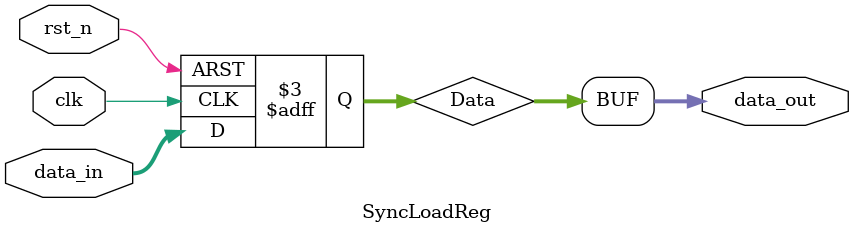
<source format=v>

module SyncLoadReg #
(
	parameter BUS_WIDTH = 32
)
(
	input clk,
	input rst_n,
	input [(BUS_WIDTH-1):0] data_in,
	output [(BUS_WIDTH-1):0] data_out	
);
reg [(BUS_WIDTH-1):0]Data;
always @(negedge clk or negedge rst_n) begin
	if(!rst_n) begin
		Data <= {BUS_WIDTH{1'b0}}; //reset
	end else begin
		Data <= data_in;
	end
end
assign data_out = Data;
endmodule //SyncLoadReg
</source>
